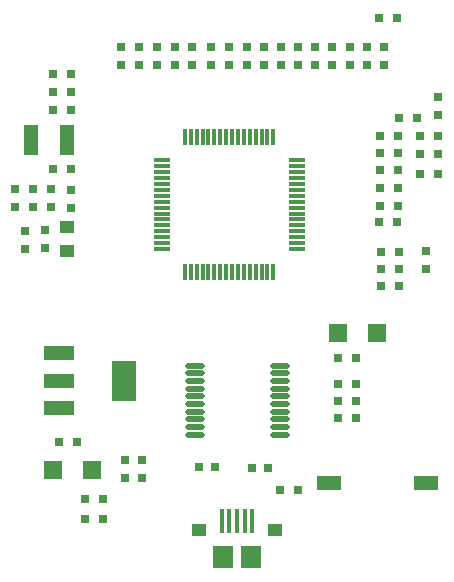
<source format=gtp>
G04 Layer_Color=8421504*
%FSLAX24Y24*%
%MOIN*%
G70*
G01*
G75*
%ADD10R,0.0300X0.0300*%
%ADD11R,0.0157X0.0827*%
%ADD12R,0.0709X0.0748*%
%ADD13R,0.0472X0.0394*%
%ADD14R,0.0300X0.0300*%
%ADD15R,0.0984X0.0472*%
%ADD16R,0.0787X0.1378*%
%ADD17O,0.0650X0.0197*%
%ADD18R,0.0571X0.0118*%
%ADD19R,0.0118X0.0571*%
%ADD20R,0.0500X0.1000*%
%ADD21R,0.0500X0.0400*%
%ADD22R,0.0600X0.0600*%
%ADD23R,0.0787X0.0472*%
D10*
X9331Y17043D02*
D03*
Y17643D02*
D03*
X9902Y17648D02*
D03*
Y17048D02*
D03*
X10472Y17043D02*
D03*
Y17643D02*
D03*
X11604Y17043D02*
D03*
Y17643D02*
D03*
X4675Y3878D02*
D03*
Y3278D02*
D03*
X5266D02*
D03*
Y3878D02*
D03*
X12175Y17648D02*
D03*
Y17048D02*
D03*
X12746Y17043D02*
D03*
Y17643D02*
D03*
X14734Y10237D02*
D03*
Y10837D02*
D03*
X15118Y15374D02*
D03*
Y15974D02*
D03*
X4547Y17043D02*
D03*
Y17643D02*
D03*
X5748Y17043D02*
D03*
Y17643D02*
D03*
X6939Y17043D02*
D03*
Y17643D02*
D03*
X8169Y17043D02*
D03*
Y17643D02*
D03*
X2876Y12294D02*
D03*
Y12894D02*
D03*
X1634Y12299D02*
D03*
Y12899D02*
D03*
X1033Y12299D02*
D03*
Y12899D02*
D03*
X6348Y17648D02*
D03*
Y17048D02*
D03*
X5148Y17648D02*
D03*
Y17048D02*
D03*
X2224Y12899D02*
D03*
Y12299D02*
D03*
X13307Y17648D02*
D03*
Y17048D02*
D03*
X11033Y17648D02*
D03*
Y17048D02*
D03*
X8760Y17648D02*
D03*
Y17048D02*
D03*
X7569Y17648D02*
D03*
Y17048D02*
D03*
X1358Y11525D02*
D03*
Y10925D02*
D03*
X2018Y11535D02*
D03*
Y10935D02*
D03*
D11*
X8425Y1860D02*
D03*
X8169D02*
D03*
X8681D02*
D03*
X8937D02*
D03*
X7913D02*
D03*
D12*
X7955Y650D02*
D03*
X8895D02*
D03*
D13*
X7165Y1535D02*
D03*
X9685D02*
D03*
D14*
X10453Y2874D02*
D03*
X9853D02*
D03*
X9457Y3622D02*
D03*
X7146Y3642D02*
D03*
X13189Y14665D02*
D03*
X13789D02*
D03*
X14528Y14675D02*
D03*
X15128D02*
D03*
X13189Y14104D02*
D03*
X13789D02*
D03*
X14528Y13425D02*
D03*
X15128D02*
D03*
X13160Y18602D02*
D03*
X13760D02*
D03*
X3100Y4488D02*
D03*
X2500D02*
D03*
X3357Y2569D02*
D03*
X3957D02*
D03*
X13784Y13533D02*
D03*
X13184D02*
D03*
X2281Y16732D02*
D03*
X2881D02*
D03*
X3956Y1909D02*
D03*
X3356D02*
D03*
X15138Y14085D02*
D03*
X14538D02*
D03*
X2281Y16152D02*
D03*
X2881D02*
D03*
X13180Y12362D02*
D03*
X13780D02*
D03*
X13784Y12963D02*
D03*
X13184D02*
D03*
X2281Y13583D02*
D03*
X2881D02*
D03*
X2281Y15561D02*
D03*
X2881D02*
D03*
X12386Y6427D02*
D03*
X11786D02*
D03*
X13814Y9675D02*
D03*
X13213D02*
D03*
X13814Y10246D02*
D03*
X13213D02*
D03*
X13159Y11811D02*
D03*
X13759D02*
D03*
X8907Y3622D02*
D03*
X7696Y3642D02*
D03*
X12401Y7264D02*
D03*
X11801D02*
D03*
X13819Y10807D02*
D03*
X13218D02*
D03*
X14439Y15295D02*
D03*
X13839D02*
D03*
X11791Y5856D02*
D03*
X12391D02*
D03*
X11791Y5276D02*
D03*
X12391D02*
D03*
D15*
X2480Y7431D02*
D03*
Y5620D02*
D03*
Y6526D02*
D03*
D16*
X4646D02*
D03*
D17*
X9862Y4724D02*
D03*
Y4980D02*
D03*
Y5236D02*
D03*
Y6004D02*
D03*
Y6260D02*
D03*
Y6516D02*
D03*
Y6772D02*
D03*
Y7028D02*
D03*
X7008Y4724D02*
D03*
Y4980D02*
D03*
Y5236D02*
D03*
Y5492D02*
D03*
Y5748D02*
D03*
Y6004D02*
D03*
Y6260D02*
D03*
Y6516D02*
D03*
Y6772D02*
D03*
Y7028D02*
D03*
X9862Y5748D02*
D03*
Y5492D02*
D03*
D18*
X10413Y13868D02*
D03*
Y13671D02*
D03*
Y13474D02*
D03*
Y13278D02*
D03*
Y13081D02*
D03*
Y12884D02*
D03*
Y12687D02*
D03*
Y12490D02*
D03*
Y12293D02*
D03*
Y12096D02*
D03*
Y11900D02*
D03*
Y11703D02*
D03*
Y11506D02*
D03*
Y11309D02*
D03*
Y11112D02*
D03*
Y10915D02*
D03*
X5906D02*
D03*
Y11112D02*
D03*
Y11309D02*
D03*
Y11506D02*
D03*
Y11703D02*
D03*
Y11900D02*
D03*
Y12096D02*
D03*
Y12293D02*
D03*
Y12490D02*
D03*
Y12687D02*
D03*
Y12884D02*
D03*
Y13081D02*
D03*
Y13278D02*
D03*
Y13474D02*
D03*
Y13671D02*
D03*
Y13868D02*
D03*
D19*
X9636Y10138D02*
D03*
X9439D02*
D03*
X9242D02*
D03*
X9045D02*
D03*
X8848D02*
D03*
X8652D02*
D03*
X8455D02*
D03*
X8258D02*
D03*
X8061D02*
D03*
X7864D02*
D03*
X7667D02*
D03*
X7470D02*
D03*
X7274D02*
D03*
X7077D02*
D03*
X6880D02*
D03*
X6683D02*
D03*
Y14646D02*
D03*
X6880D02*
D03*
X7077D02*
D03*
X7274D02*
D03*
X7470D02*
D03*
X7667D02*
D03*
X7864D02*
D03*
X8061D02*
D03*
X8258D02*
D03*
X8455D02*
D03*
X8652D02*
D03*
X8848D02*
D03*
X9045D02*
D03*
X9242D02*
D03*
X9439D02*
D03*
X9636D02*
D03*
D20*
X1566Y14547D02*
D03*
X2766D02*
D03*
D21*
X2746Y10856D02*
D03*
Y11656D02*
D03*
D22*
X2283Y3543D02*
D03*
X3583D02*
D03*
X13101Y8110D02*
D03*
X11801D02*
D03*
D23*
X14724Y3100D02*
D03*
X11496D02*
D03*
M02*

</source>
